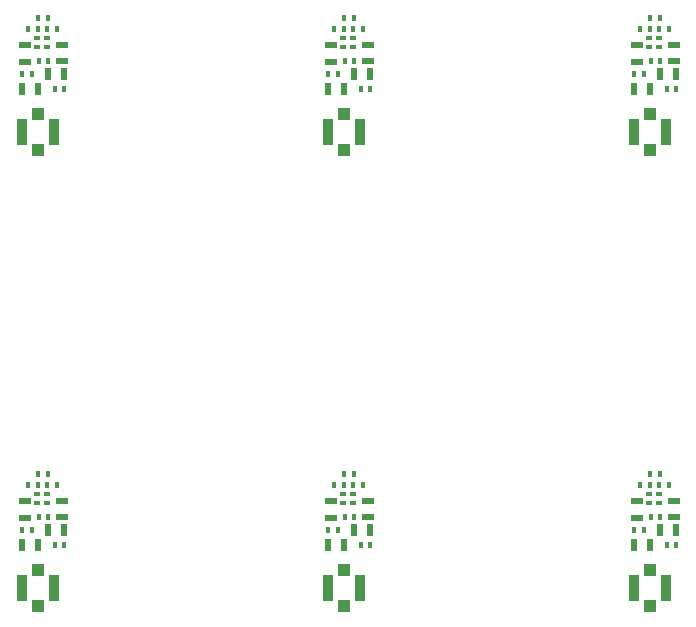
<source format=gtp>
G75*
%MOIN*%
%OFA0B0*%
%FSLAX25Y25*%
%IPPOS*%
%LPD*%
%AMOC8*
5,1,8,0,0,1.08239X$1,22.5*
%
%ADD10R,0.01575X0.02362*%
%ADD11R,0.02362X0.01575*%
%ADD12R,0.03346X0.08661*%
%ADD13R,0.03937X0.04134*%
%ADD14R,0.03937X0.01969*%
%ADD15R,0.01969X0.03937*%
D10*
X0092520Y0085188D03*
X0095669Y0085188D03*
X0097984Y0089361D03*
X0101134Y0089361D03*
X0103441Y0080026D03*
X0106591Y0080026D03*
X0104036Y0100105D03*
X0100886Y0100105D03*
X0097736Y0100125D03*
X0094587Y0100125D03*
X0097854Y0103719D03*
X0101004Y0103719D03*
X0194520Y0085188D03*
X0197669Y0085188D03*
X0199984Y0089361D03*
X0203134Y0089361D03*
X0205441Y0080026D03*
X0208591Y0080026D03*
X0206036Y0100105D03*
X0202886Y0100105D03*
X0199736Y0100125D03*
X0196587Y0100125D03*
X0199854Y0103719D03*
X0203004Y0103719D03*
X0296520Y0085188D03*
X0299669Y0085188D03*
X0301984Y0089361D03*
X0305134Y0089361D03*
X0307441Y0080026D03*
X0310591Y0080026D03*
X0308036Y0100105D03*
X0304886Y0100105D03*
X0301736Y0100125D03*
X0298587Y0100125D03*
X0301854Y0103719D03*
X0305004Y0103719D03*
X0307441Y0232026D03*
X0310591Y0232026D03*
X0305134Y0241361D03*
X0301984Y0241361D03*
X0299669Y0237188D03*
X0296520Y0237188D03*
X0298587Y0252125D03*
X0301736Y0252125D03*
X0304886Y0252105D03*
X0308036Y0252105D03*
X0305004Y0255719D03*
X0301854Y0255719D03*
X0206036Y0252105D03*
X0202886Y0252105D03*
X0199736Y0252125D03*
X0196587Y0252125D03*
X0199854Y0255719D03*
X0203004Y0255719D03*
X0203134Y0241361D03*
X0199984Y0241361D03*
X0197669Y0237188D03*
X0194520Y0237188D03*
X0205441Y0232026D03*
X0208591Y0232026D03*
X0106591Y0232026D03*
X0103441Y0232026D03*
X0095669Y0237188D03*
X0092520Y0237188D03*
X0097984Y0241361D03*
X0101134Y0241361D03*
X0100886Y0252105D03*
X0104036Y0252105D03*
X0101004Y0255719D03*
X0097854Y0255719D03*
X0097736Y0252125D03*
X0094587Y0252125D03*
D11*
X0097630Y0249117D03*
X0097630Y0245967D03*
X0100866Y0246007D03*
X0100866Y0249156D03*
X0199630Y0249117D03*
X0199630Y0245967D03*
X0202866Y0246007D03*
X0202866Y0249156D03*
X0301630Y0249117D03*
X0301630Y0245967D03*
X0304866Y0246007D03*
X0304866Y0249156D03*
X0304866Y0097156D03*
X0304866Y0094007D03*
X0301630Y0093967D03*
X0301630Y0097117D03*
X0202866Y0097156D03*
X0202866Y0094007D03*
X0199630Y0093967D03*
X0199630Y0097117D03*
X0100866Y0097156D03*
X0100866Y0094007D03*
X0097630Y0093967D03*
X0097630Y0097117D03*
D12*
X0092335Y0065830D03*
X0103161Y0065830D03*
X0194335Y0065830D03*
X0205161Y0065830D03*
X0296335Y0065830D03*
X0307161Y0065830D03*
X0307161Y0217830D03*
X0296335Y0217830D03*
X0205161Y0217830D03*
X0194335Y0217830D03*
X0103161Y0217830D03*
X0092335Y0217830D03*
D13*
X0097748Y0211826D03*
X0097748Y0223833D03*
X0199748Y0223833D03*
X0199748Y0211826D03*
X0301748Y0211826D03*
X0301748Y0223833D03*
X0301748Y0071833D03*
X0301748Y0059826D03*
X0199748Y0059826D03*
X0199748Y0071833D03*
X0097748Y0071833D03*
X0097748Y0059826D03*
D14*
X0093421Y0089262D03*
X0093421Y0094675D03*
X0105724Y0094715D03*
X0105724Y0089301D03*
X0195421Y0089262D03*
X0195421Y0094675D03*
X0207724Y0094715D03*
X0207724Y0089301D03*
X0297421Y0089262D03*
X0297421Y0094675D03*
X0309724Y0094715D03*
X0309724Y0089301D03*
X0309724Y0241301D03*
X0309724Y0246715D03*
X0297421Y0246675D03*
X0297421Y0241262D03*
X0207724Y0241301D03*
X0207724Y0246715D03*
X0195421Y0246675D03*
X0195421Y0241262D03*
X0105724Y0241301D03*
X0105724Y0246715D03*
X0093421Y0246675D03*
X0093421Y0241262D03*
D15*
X0101142Y0237160D03*
X0106555Y0237160D03*
X0097787Y0232085D03*
X0092374Y0232085D03*
X0194374Y0232085D03*
X0199787Y0232085D03*
X0203142Y0237160D03*
X0208555Y0237160D03*
X0296374Y0232085D03*
X0301787Y0232085D03*
X0305142Y0237160D03*
X0310555Y0237160D03*
X0310555Y0085160D03*
X0305142Y0085160D03*
X0301787Y0080085D03*
X0296374Y0080085D03*
X0208555Y0085160D03*
X0203142Y0085160D03*
X0199787Y0080085D03*
X0194374Y0080085D03*
X0106555Y0085160D03*
X0101142Y0085160D03*
X0097787Y0080085D03*
X0092374Y0080085D03*
M02*

</source>
